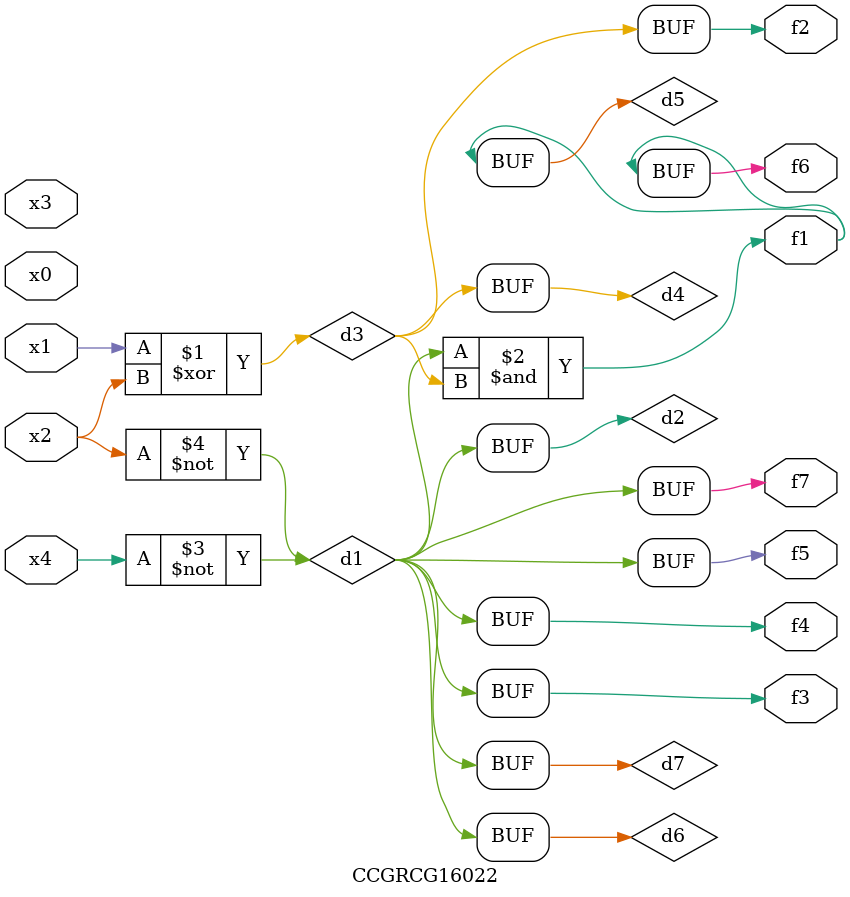
<source format=v>
module CCGRCG16022(
	input x0, x1, x2, x3, x4,
	output f1, f2, f3, f4, f5, f6, f7
);

	wire d1, d2, d3, d4, d5, d6, d7;

	not (d1, x4);
	not (d2, x2);
	xor (d3, x1, x2);
	buf (d4, d3);
	and (d5, d1, d3);
	buf (d6, d1, d2);
	buf (d7, d2);
	assign f1 = d5;
	assign f2 = d4;
	assign f3 = d7;
	assign f4 = d7;
	assign f5 = d7;
	assign f6 = d5;
	assign f7 = d7;
endmodule

</source>
